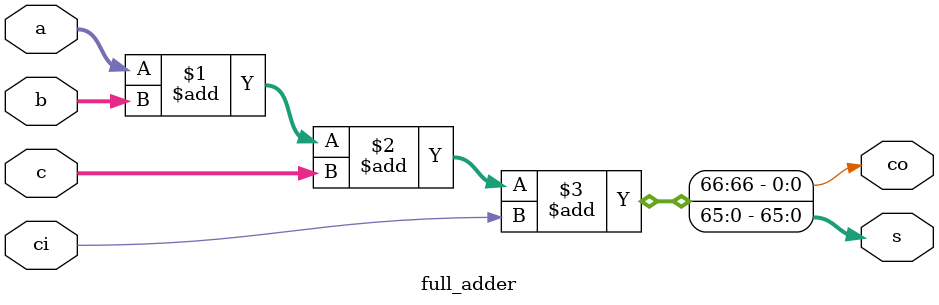
<source format=v>

module full_adder
#(
    parameter   LENGTH  =   32       //位宽参数
)
(
    input   wire    [LENGTH*2+1:0]  a   ,   //加数 a
    input   wire    [LENGTH*2+1:0]  b   ,   //加数 b
    input   wire    [LENGTH*2+1:0]  c   ,   //加数 c
    input   wire                    ci  ,   //进位输入
                                            
    output  wire    [LENGTH*2+1:0]  s   ,   //和
    output  wire                    co      //进位输出
);                                          


//***********************// main-code //*******************************//
assign {co, s}  = a + b + c + ci    ;   //行为级建模
    
endmodule


</source>
